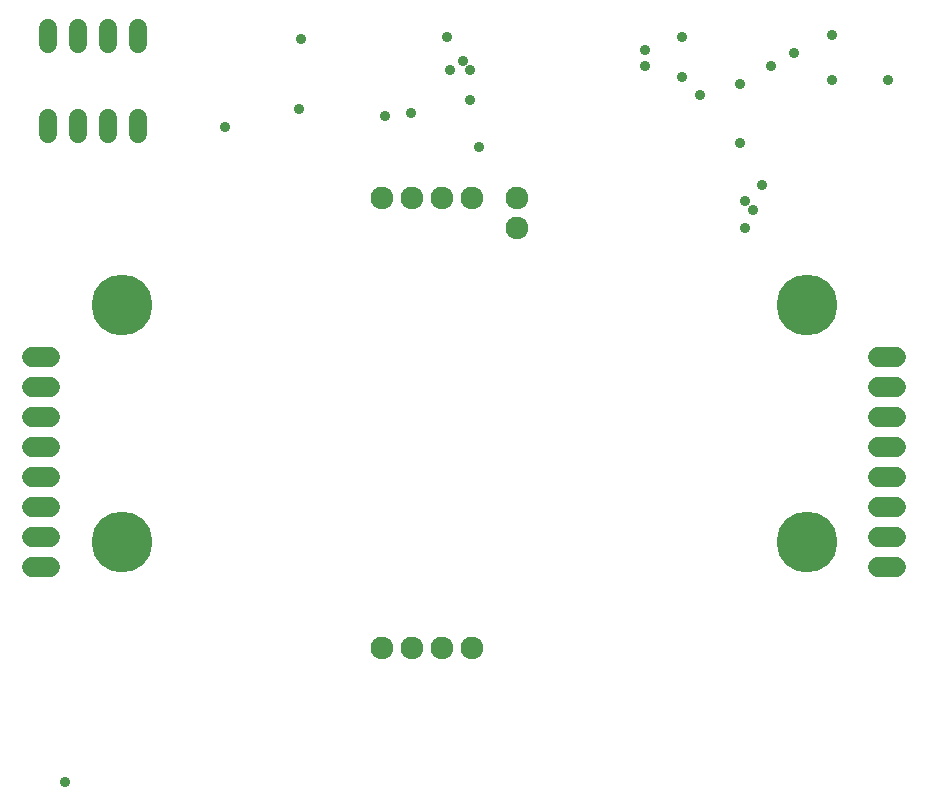
<source format=gbr>
G04 EAGLE Gerber RS-274X export*
G75*
%MOMM*%
%FSLAX34Y34*%
%LPD*%
%INSoldermask Bottom*%
%IPPOS*%
%AMOC8*
5,1,8,0,0,1.08239X$1,22.5*%
G01*
%ADD10C,1.928200*%
%ADD11C,5.153200*%
%ADD12C,1.727200*%
%ADD13C,1.524000*%
%ADD14C,0.914400*%


D10*
X341800Y800700D03*
X367200Y800700D03*
X392600Y800700D03*
X418000Y800700D03*
X341800Y419700D03*
X367200Y419700D03*
X392600Y419700D03*
X418000Y419700D03*
X456100Y800700D03*
X456100Y775300D03*
D11*
X121000Y710200D03*
X121000Y510200D03*
X701000Y710200D03*
X701000Y510200D03*
D12*
X761380Y488800D02*
X776620Y488800D01*
X776620Y514200D02*
X761380Y514200D01*
X761380Y539600D02*
X776620Y539600D01*
X776620Y565000D02*
X761380Y565000D01*
X761380Y590400D02*
X776620Y590400D01*
X776620Y615800D02*
X761380Y615800D01*
X761380Y641200D02*
X776620Y641200D01*
X776620Y666600D02*
X761380Y666600D01*
X60720Y488800D02*
X45480Y488800D01*
X45480Y514200D02*
X60720Y514200D01*
X60720Y539600D02*
X45480Y539600D01*
X45480Y565000D02*
X60720Y565000D01*
X60720Y590400D02*
X45480Y590400D01*
X45480Y615800D02*
X60720Y615800D01*
X60720Y641200D02*
X45480Y641200D01*
X45480Y666600D02*
X60720Y666600D01*
D13*
X58700Y855696D02*
X58700Y868904D01*
X84100Y868904D02*
X84100Y855696D01*
X84100Y931896D02*
X84100Y945104D01*
X58700Y945104D02*
X58700Y931896D01*
X109500Y868904D02*
X109500Y855696D01*
X134900Y855696D02*
X134900Y868904D01*
X109500Y931896D02*
X109500Y945104D01*
X134900Y945104D02*
X134900Y931896D01*
D14*
X563880Y926592D03*
X563880Y912876D03*
X611124Y888492D03*
X690372Y923544D03*
X662940Y812292D03*
X649224Y798576D03*
X670560Y912876D03*
X649224Y775716D03*
X655320Y790956D03*
X208788Y861060D03*
X595884Y937260D03*
X595884Y903732D03*
X644652Y847344D03*
X644652Y897636D03*
X722376Y938784D03*
X722376Y900684D03*
X769620Y900684D03*
X73152Y306324D03*
X365760Y873252D03*
X344424Y870204D03*
X272796Y935736D03*
X399288Y909828D03*
X416052Y909828D03*
X271272Y876300D03*
X423672Y844296D03*
X416052Y883920D03*
X409956Y917448D03*
X396240Y937260D03*
M02*

</source>
